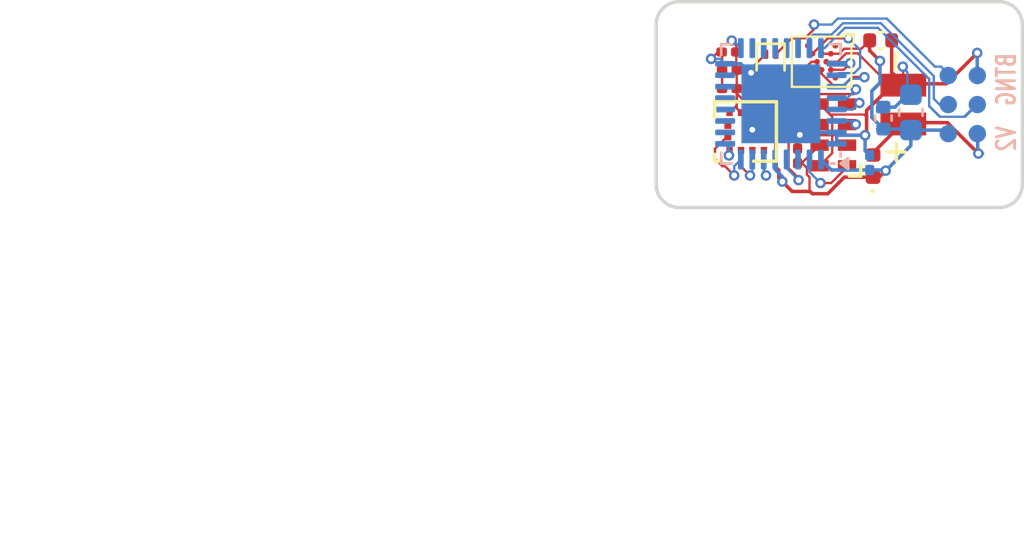
<source format=kicad_pcb>
(kicad_pcb (version 20240108) (generator "pcbnew") (generator_version "8.0")
  (layers (0 "F.Cu" signal) (31 "B.Cu" signal) (34 "B.Paste" user) (35 "F.Paste" user) (36 "B.SilkS" user "B.Silkscreen") (37 "F.SilkS" user "F.Silkscreen") (38 "B.Mask" user) (39 "F.Mask" user) (44 "Edge.Cuts" user))
  (net 0 "")
  (net 1 "GND")
  (net 2 "VBAT")
  (net 3 "SWDIO")
  (net 4 "SWCLK")
  (net 5 "Net-(Q501-C)")
  (net 6 "RST")
  (net 7 "/clkout")
  (net 8 "/SCL")
  (net 9 "/SDA")
  (net 10 "VIN")
  (net 11 "Net-(U501-VBACK)")
  (net 12 "/AT25_MISO")
  (net 13 "/AT25_nCS")
  (net 14 "/AT25_MOSI")
  (net 15 "/AT25_SCK")
  (net 16 "/WKUP4")
  (net 32 "/ACCEL_SDI_SDO")
  (net 33 "/ACCEL_SCK")
  (net 34 "/ACCEL_CS")
  (net 35 "unconnected-(U3-SDO{slash}SA0-Pad3)")
  (net 37 "unconnected-(U302-PA4-Pad10)")
  (net 39 "unconnected-(U302-PA5-Pad11)")
  (footprint "AccelTag:taghole1.1mm" (layer "F.Cu") (at 141.38 111.671)
    (property "Reference" "J303" (hide yes))
    (property "Value" "Conn_01x01" (hide yes))
    (pad "" np_thru_hole circle (at 0 0) (size 1.1 1.1) (drill 1.1) (layers "*.Cu" "*.Mask"))
  )
  (footprint "AccelTag:MS621" (layer "F.Cu") (at 150.8 108.5 180)
    (property "Reference" "J401" (hide yes))
    (property "Value" "CONN_01X02" (hide yes))
    (fp_text user "+" (at 0.3 -2 180) (layer "F.SilkS"))
    (fp_text user "-" (at 0.4 1.9 -90) (layer "F.SilkS"))
    (pad "1" smd rect (at 0 -0.85 180) (size 2 1) (layers "F.Cu" "F.Mask") (net 2 "VBAT"))
    (pad "2" smd rect (at 0 0.85 180) (size 2 1) (layers "F.Cu" "F.Mask") (net 1 "GND"))
  )
  (footprint "AccelTag:RV-8803-C7" (layer "F.Cu") (at 147.74 109.826458 180)
    (property "Reference" "U501" (hide yes))
    (property "Value" "RV-3028-C7" (hide yes))
    (fp_line (start -0.7 -1.8) (end -1.2 -1.8) (stroke (width 0.15)) (layer "F.SilkS"))
    (fp_line (start -1.2 -1.8) (end -1.2 -1.3) (stroke (width 0.15)) (layer "F.SilkS"))
    (pad "1" smd rect (at -0.6 -1.35 180) (size 0.8 0.5) (layers "F.Cu" "F.Paste" "F.Mask") (net 7 "/clkout"))
    (pad "2" smd rect (at -0.6 -0.45 180) (size 0.8 0.5) (layers "F.Cu" "F.Paste" "F.Mask"))
    (pad "3" smd rect (at -0.6 0.45 180) (size 0.8 0.5) (layers "F.Cu" "F.Paste" "F.Mask") (net 8 "/SCL"))
    (pad "4" smd rect (at -0.6 1.35 180) (size 0.8 0.5) (layers "F.Cu" "F.Paste" "F.Mask") (net 9 "/SDA"))
    (pad "5" smd rect (at 0.6 1.35 180) (size 0.8 0.5) (layers "F.Cu" "F.Paste" "F.Mask") (net 1 "GND"))
    (pad "6" smd rect (at 0.6 0.45 180) (size 0.8 0.5) (layers "F.Cu" "F.Paste" "F.Mask") (net 11 "Net-(U501-VBACK)"))
    (pad "7" smd rect (at 0.6 -0.45 180) (size 0.8 0.5) (layers "F.Cu" "F.Paste" "F.Mask") (net 10 "VIN"))
    (pad "8" smd rect (at 0.6 -1.35 180) (size 0.8 0.5) (layers "F.Cu" "F.Paste" "F.Mask") (net 1 "GND"))
  )
  (footprint "Resistor_SMD:R_0201_0603Metric" (layer "F.Cu") (at 146.14 108.831458 90)
    (property "Reference" "R1" (hide yes))
    (property "Value" "10k" (hide yes))
    (pad "1" smd roundrect (at -0.32 0 90) (size 0.46 0.4) (layers "F.Cu" "F.Mask") (net 11 "Net-(U501-VBACK)"))
    (pad "2" smd roundrect (at 0.32 0 90) (size 0.46 0.4) (layers "F.Cu" "F.Mask") (net 1 "GND"))
  )
  (footprint "Capacitor_SMD:C_0201_0603Metric" (layer "F.Cu") (at 146.18 110.746 90)
    (property "Reference" "C503" (hide yes))
    (property "Value" "0.1uf" (hide yes))
    (pad "1" smd roundrect (at -0.32 0 90) (size 0.46 0.4) (layers "F.Cu" "F.Mask") (net 10 "VIN"))
    (pad "2" smd roundrect (at 0.32 0 90) (size 0.46 0.4) (layers "F.Cu" "F.Mask") (net 1 "GND"))
  )
  (footprint "Diode_SMD:D_0402_1005Metric" (layer "F.Cu") (at 149.48 111.191 90)
    (property "Reference" "D401" (hide yes))
    (property "Value" "D" (hide yes))
    (fp_circle (center -1.09 0) (end -1.04 0) (stroke (width 0.1)) (fill none) (layer "F.SilkS"))
    (pad "1" smd roundrect (at -0.485 0 90) (size 0.59 0.64) (layers "F.Cu" "F.Paste" "F.Mask") (net 10 "VIN"))
    (pad "2" smd roundrect (at 0.485 0 90) (size 0.59 0.64) (layers "F.Cu" "F.Paste" "F.Mask") (net 2 "VBAT"))
  )
  (footprint "AccelTag:adesto_wlcsp12" (layer "F.Cu") (at 147.23 106.626458 -90)
    (property "Reference" "U1" (hide yes))
    (property "Value" "at25ex321D-UUN" (hide yes))
    (fp_line (start -1.1 1.3) (end 1.1 1.3) (stroke (width 0.1)) (layer "F.SilkS"))
    (fp_line (start -1.1 1.3) (end -1.1 -0.9) (stroke (width 0.1)) (layer "F.SilkS"))
    (fp_line (start 1.1 1.3) (end 1.1 -1.3) (stroke (width 0.1)) (layer "F.SilkS"))
    (fp_line (start -1.2 -1) (end -1.1 -1) (stroke (width 0.1)) (layer "F.SilkS"))
    (fp_line (start -1.2 -1) (end -1.2 -1.4) (stroke (width 0.1)) (layer "F.SilkS"))
    (fp_line (start 1.1 -1.3) (end -0.7 -1.3) (stroke (width 0.1)) (layer "F.SilkS"))
    (fp_line (start -1.2 -1.4) (end -1.025 -1.225) (stroke (width 0.1)) (layer "F.SilkS"))
    (fp_line (start -0.8 -1.4) (end -0.8 -1.3) (stroke (width 0.1)) (layer "F.SilkS"))
    (fp_line (start -0.8 -1.4) (end -1.2 -1.4) (stroke (width 0.1)) (layer "F.SilkS"))
    (pad "A1" smd circle (at -0.7 -0.6 270) (size 0.25 0.25) (layers "F.Cu" "F.Paste" "F.Mask"))
    (pad "A5" smd circle (at 0.7 -0.6 270) (size 0.25 0.25) (layers "F.Cu" "F.Paste" "F.Mask"))
    (pad "B2" smd circle (at -0.35 -0.4 270) (size 0.25 0.25) (layers "F.Cu" "F.Paste" "F.Mask") (net 10 "VIN"))
    (pad "B4" smd circle (at 0.35 -0.4 270) (size 0.25 0.25) (layers "F.Cu" "F.Paste" "F.Mask") (net 13 "/AT25_nCS"))
    (pad "C3" smd circle (at 0 -0.2 270) (size 0.25 0.25) (layers "F.Cu" "F.Paste" "F.Mask") (net 1 "GND"))
    (pad "D2" smd circle (at -0.35 0 270) (size 0.25 0.25) (layers "F.Cu" "F.Paste" "F.Mask") (net 10 "VIN"))
    (pad "D4" smd circle (at 0.35 0 270) (size 0.25 0.25) (layers "F.Cu" "F.Paste" "F.Mask") (net 12 "/AT25_MISO"))
    (pad "E3" smd circle (at 0 0.2 270) (size 0.25 0.25) (layers "F.Cu" "F.Paste" "F.Mask") (net 14 "/AT25_MOSI"))
    (pad "F2" smd circle (at -0.35 0.4 270) (size 0.25 0.25) (layers "F.Cu" "F.Paste" "F.Mask") (net 15 "/AT25_SCK"))
    (pad "F4" smd circle (at 0.35 0.4 270) (size 0.25 0.25) (layers "F.Cu" "F.Paste" "F.Mask"))
    (pad "G1" smd circle (at -0.7 0.6 270) (size 0.25 0.25) (layers "F.Cu" "F.Paste" "F.Mask"))
    (pad "G5" smd circle (at 0.7 0.6 270) (size 0.25 0.25) (layers "F.Cu" "F.Paste" "F.Mask"))
  )
  (footprint "Capacitor_SMD:C_0201_0603Metric" (layer "F.Cu") (at 144.755 107.8 180)
    (property "Reference" "C502" (hide yes))
    (property "Value" "0.1uf" (hide yes))
    (pad "1" smd roundrect (at -0.32 0 180) (size 0.46 0.4) (layers "F.Cu" "F.Mask") (net 5 "Net-(Q501-C)"))
    (pad "2" smd roundrect (at 0.32 0 180) (size 0.46 0.4) (layers "F.Cu" "F.Mask") (net 1 "GND"))
  )
  (footprint "AccelTag:taghole1.1mm" (layer "F.Cu") (at 141.48 105.191)
    (property "Reference" "J304" (hide yes))
    (property "Value" "Conn_01x01" (hide yes))
    (pad "" np_thru_hole circle (at 0 0) (size 1.1 1.1) (drill 1.1) (layers "*.Cu" "*.Mask"))
  )
  (footprint "AccelTag:taghole1.1mm" (layer "F.Cu") (at 152.28 111.691)
    (property "Reference" "J301" (hide yes))
    (property "Value" "Conn_01x01" (hide yes))
    (pad "" np_thru_hole circle (at 0 0) (size 1.1 1.1) (drill 1.1) (layers "*.Cu" "*.Mask"))
  )
  (footprint "AccelTag:taghole1.1mm" (layer "F.Cu") (at 152.28 105.191)
    (property "Reference" "J302" (hide yes))
    (property "Value" "Conn_01x01" (hide yes))
    (pad "" np_thru_hole circle (at 0 0) (size 1.1 1.1) (drill 1.1) (layers "*.Cu" "*.Mask"))
  )
  (footprint "Package_TO_SOT_SMD:SOT-883" (layer "F.Cu") (at 145 106.65 -90)
    (property "Reference" "Q501" (hide yes))
    (property "Value" "Q_NPN_BEC" (hide yes))
    (fp_line (start -0.81 0.61) (end -0.81 -0.61) (stroke (width 0.12)) (layer "F.SilkS"))
    (fp_line (start 0.35 0.61) (end -0.81 0.61) (stroke (width 0.12)) (layer "F.SilkS"))
    (fp_line (start -0.81 -0.61) (end 0.35 -0.61) (stroke (width 0.12)) (layer "F.SilkS"))
    (pad "1" smd roundrect (at -0.35 -0.225 270) (size 0.4 0.25) (layers "F.Cu" "F.Paste" "F.Mask") (roundrect_rratio 0.2) (net 6 "RST"))
    (pad "2" smd roundrect (at -0.35 0.225 270) (size 0.4 0.25) (layers "F.Cu" "F.Paste" "F.Mask") (roundrect_rratio 0.2) (net 1 "GND"))
    (pad "3" smd roundrect (at 0.35 0 270) (size 0.4 0.7) (layers "F.Cu" "F.Paste" "F.Mask") (roundrect_rratio 0.125) (net 5 "Net-(Q501-C)"))
  )
  (footprint "Capacitor_SMD:C_0201_0603Metric" (layer "F.Cu") (at 143.2 107.8 180)
    (property "Reference" "C1" (hide yes))
    (property "Value" "0.1uf" (hide yes))
    (pad "1" smd roundrect (at -0.32 0 180) (size 0.46 0.4) (layers "F.Cu" "F.Mask") (net 10 "VIN"))
    (pad "2" smd roundrect (at 0.32 0 180) (size 0.46 0.4) (layers "F.Cu" "F.Mask") (net 1 "GND"))
  )
  (footprint "Capacitor_SMD:C_0201_0603Metric" (layer "F.Cu") (at 143.18 106.2 180)
    (property "Reference" "C2" (hide yes))
    (property "Value" "0.1uf" (hide yes))
    (pad "1" smd roundrect (at -0.32 0 180) (size 0.46 0.4) (layers "F.Cu" "F.Mask") (net 10 "VIN"))
    (pad "2" smd roundrect (at 0.32 0 180) (size 0.46 0.4) (layers "F.Cu" "F.Mask") (net 1 "GND"))
  )
  (footprint "AccelTag:LIS2DW12TR" (layer "F.Cu") (at 143.9555 109.676458 90)
    (property "Reference" "U3" (hide yes))
    (property "Value" "LIS2DW12TR" (hide yes))
    (fp_line (start 1.3 -1.4) (end 1.3 1.3) (stroke (width 0.15)) (layer "F.SilkS"))
    (fp_line (start 0.6 -1.4) (end 1.3 -1.4) (stroke (width 0.15)) (layer "F.SilkS"))
    (fp_line (start -1.3 -1.4) (end -1 -1.4) (stroke (width 0.15)) (layer "F.SilkS"))
    (fp_line (start -1.3 -1.4) (end -1.3 -1.1) (stroke (width 0.15)) (layer "F.SilkS"))
    (fp_line (start -1.3 -1.1) (end -1.3 -1.4) (stroke (width 0.15)) (layer "F.SilkS"))
    (fp_line (start 1.3 1.3) (end -1.3 1.3) (stroke (width 0.15)) (layer "F.SilkS"))
    (fp_line (start -1.3 1.3) (end -1.3 0.3) (stroke (width 0.15)) (layer "F.SilkS"))
    (pad "1" smd rect (at -0.8255 -0.750001 180) (size 0.2794 0.3048) (layers "F.Cu" "F.Paste" "F.Mask") (net 33 "/ACCEL_SCK"))
    (pad "2" smd rect (at -0.8255 -0.25 180) (size 0.2794 0.3048) (layers "F.Cu" "F.Paste" "F.Mask") (net 34 "/ACCEL_CS"))
    (pad "3" smd rect (at -0.8255 0.25 180) (size 0.2794 0.3048) (layers "F.Cu" "F.Paste" "F.Mask") (net 35 "unconnected-(U3-SDO{slash}SA0-Pad3)"))
    (pad "4" smd rect (at -0.8255 0.750001 180) (size 0.2794 0.3048) (layers "F.Cu" "F.Paste" "F.Mask") (net 32 "/ACCEL_SDI_SDO"))
    (pad "5" smd rect (at -0.25 0.8255 90) (size 0.2794 0.3048) (layers "F.Cu" "F.Paste" "F.Mask") (net 1 "GND"))
    (pad "6" smd rect (at 0.25 0.8255 90) (size 0.2794 0.3048) (layers "F.Cu" "F.Paste" "F.Mask") (net 1 "GND"))
    (pad "7" smd rect (at 0.8255 0.750001 180) (size 0.2794 0.3048) (layers "F.Cu" "F.Paste" "F.Mask") (net 1 "GND"))
    (pad "8" smd rect (at 0.8255 0.25 180) (size 0.2794 0.3048) (layers "F.Cu" "F.Paste" "F.Mask") (net 1 "GND"))
    (pad "9" smd rect (at 0.8255 -0.25 180) (size 0.2794 0.3048) (layers "F.Cu" "F.Paste" "F.Mask") (net 10 "VIN"))
    (pad "10" smd rect (at 0.8255 -0.750001 180) (size 0.2794 0.3048) (layers "F.Cu" "F.Paste" "F.Mask") (net 10 "VIN"))
    (pad "11" smd rect (at 0.25 -0.8255 90) (size 0.2794 0.3048) (layers "F.Cu" "F.Paste" "F.Mask"))
    (pad "12" smd rect (at -0.25 -0.8255 90) (size 0.2794 0.3048) (layers "F.Cu" "F.Paste" "F.Mask") (net 16 "/WKUP4"))
  )
  (footprint "Capacitor_SMD:C_0201_0603Metric" (layer "F.Cu") (at 143.2 107 180)
    (property "Reference" "C3" (hide yes))
    (property "Value" "0.1uf" (hide yes))
    (pad "1" smd roundrect (at -0.32 0 180) (size 0.46 0.4) (layers "F.Cu" "F.Mask") (net 10 "VIN"))
    (pad "2" smd roundrect (at 0.32 0 180) (size 0.46 0.4) (layers "F.Cu" "F.Mask") (net 1 "GND"))
  )
  (footprint "Capacitor_SMD:C_0402_1005Metric" (layer "F.Cu") (at 149.81 105.691)
    (property "Reference" "C4" (hide yes))
    (property "Value" "22uf" (hide yes))
    (fp_line (start -0.107836 -0.36) (end 0.107836 -0.36) (stroke (width 0.12)) (layer "F.SilkS"))
    (fp_line (start -0.107836 0.36) (end 0.107836 0.36) (stroke (width 0.12)) (layer "F.SilkS"))
    (pad "1" smd roundrect (at -0.48 0) (size 0.56 0.62) (layers "F.Cu" "F.Paste" "F.Mask") (net 10 "VIN"))
    (pad "2" smd roundrect (at 0.48 0) (size 0.56 0.62) (layers "F.Cu" "F.Paste" "F.Mask") (net 1 "GND"))
  )
  (footprint "AccelTag:tagpoints6" (layer "B.Cu") (at 153.4 108.5 90)
    (property "Reference" "J201" (hide yes))
    (property "Value" "CONN_02X04" (hide yes))
    (pad "1" smd circle (at -1.27 -0.635 90) (size 0.762 0.762) (layers "B.Cu" "B.Mask") (net 10 "VIN"))
    (pad "2" smd circle (at -1.27 0.635 90) (size 0.762 0.762) (layers "B.Cu" "B.Mask") (net 2 "VBAT"))
    (pad "3" smd circle (at 0 -0.635 90) (size 0.762 0.762) (layers "B.Cu" "B.Mask") (net 3 "SWDIO"))
    (pad "4" smd circle (at 0 0.635 90) (size 0.762 0.762) (layers "B.Cu" "B.Mask") (net 4 "SWCLK"))
    (pad "5" smd circle (at 1.27 -0.635 90) (size 0.762 0.762) (layers "B.Cu" "B.Mask") (net 6 "RST"))
    (pad "6" smd circle (at 1.27 0.635 90) (size 0.762 0.762) (layers "B.Cu" "B.Mask") (net 1 "GND"))
  )
  (footprint "Capacitor_SMD:C_0402_1005Metric" (layer "B.Cu") (at 149.93 109.091 90)
    (property "Reference" "C404" (hide yes))
    (property "Value" "22uf" (hide yes))
    (fp_line (start 0.107836 -0.36) (end -0.107836 -0.36) (stroke (width 0.12)) (layer "B.SilkS"))
    (fp_line (start 0.107836 0.36) (end -0.107836 0.36) (stroke (width 0.12)) (layer "B.SilkS"))
    (pad "1" smd roundrect (at -0.48 0 90) (size 0.56 0.62) (layers "B.Cu" "B.Paste" "B.Mask") (net 10 "VIN"))
    (pad "2" smd roundrect (at 0.48 0 90) (size 0.56 0.62) (layers "B.Cu" "B.Paste" "B.Mask") (net 1 "GND"))
  )
  (footprint "Capacitor_SMD:C_0201_0603Metric" (layer "B.Cu") (at 149.33 111.041 90)
    (property "Reference" "C501" (hide yes))
    (property "Value" "0.1uf" (hide yes))
    (pad "1" smd roundrect (at -0.32 0 90) (size 0.46 0.4) (layers "B.Cu" "B.Mask") (net 10 "VIN"))
    (pad "2" smd roundrect (at 0.32 0 90) (size 0.46 0.4) (layers "B.Cu" "B.Mask") (net 1 "GND"))
  )
  (footprint "Package_DFN_QFN:QFN-32-1EP_5x5mm_P0.5mm_EP3.45x3.45mm" (layer "B.Cu") (at 145.45 108.466458 90)
    (property "Reference" "U302" (hide yes))
    (property "Value" "stm32l431kc" (hide yes))
    (fp_line (start 2.61 -2.61) (end 2.135 -2.61) (stroke (width 0.12)) (layer "B.SilkS"))
    (fp_line (start -2.61 -2.61) (end -2.135 -2.61) (stroke (width 0.12)) (layer "B.SilkS"))
    (fp_line (start 2.61 -2.135) (end 2.61 -2.61) (stroke (width 0.12)) (layer "B.SilkS"))
    (fp_line (start -2.61 -2.135) (end -2.61 -2.61) (stroke (width 0.12)) (layer "B.SilkS"))
    (fp_line (start 2.61 2.135) (end 2.61 2.61) (stroke (width 0.12)) (layer "B.SilkS"))
    (fp_line (start -2.61 2.37) (end -2.61 2.135) (stroke (width 0.12)) (layer "B.SilkS"))
    (fp_line (start 2.61 2.61) (end 2.135 2.61) (stroke (width 0.12)) (layer "B.SilkS"))
    (fp_line (start -2.31 2.61) (end -2.135 2.61) (stroke (width 0.12)) (layer "B.SilkS"))
    (fp_poly (pts (xy -2.61 2.61) (xy -2.85 2.94) (xy -2.37 2.94) (xy -2.61 2.61)) (stroke (width 0.12)) (fill solid) (layer "B.SilkS"))
    (pad "1" smd roundrect (at -2.4375 1.75 90) (size 0.875 0.25) (layers "B.Cu" "B.Paste" "B.Mask") (net 10 "VIN"))
    (pad "2" smd roundrect (at -2.4375 1.25 90) (size 0.875 0.25) (layers "B.Cu" "B.Paste" "B.Mask") (net 7 "/clkout"))
    (pad "3" smd roundrect (at -2.4375 0.75 90) (size 0.875 0.25) (layers "B.Cu" "B.Paste" "B.Mask"))
    (pad "4" smd roundrect (at -2.4375 0.25 90) (size 0.875 0.25) (layers "B.Cu" "B.Paste" "B.Mask") (net 5 "Net-(Q501-C)"))
    (pad "5" smd roundrect (at -2.4375 -0.25 90) (size 0.875 0.25) (layers "B.Cu" "B.Paste" "B.Mask") (net 10 "VIN"))
    (pad "6" smd roundrect (at -2.4375 -0.75 90) (size 0.875 0.25) (layers "B.Cu" "B.Paste" "B.Mask") (net 32 "/ACCEL_SDI_SDO"))
    (pad "7" smd roundrect (at -2.4375 -1.25 90) (size 0.875 0.25) (layers "B.Cu" "B.Paste" "B.Mask") (net 34 "/ACCEL_CS"))
    (pad "8" smd roundrect (at -2.4375 -1.75 90) (size 0.875 0.25) (layers "B.Cu" "B.Paste" "B.Mask") (net 16 "/WKUP4"))
    (pad "9" smd roundrect (at -1.75 -2.4375 90) (size 0.25 0.875) (layers "B.Cu" "B.Paste" "B.Mask") (net 33 "/ACCEL_SCK"))
    (pad "10" smd roundrect (at -1.25 -2.4375 90) (size 0.25 0.875) (layers "B.Cu" "B.Paste" "B.Mask") (net 37 "unconnected-(U302-PA4-Pad10)"))
    (pad "11" smd roundrect (at -0.75 -2.4375 90) (size 0.25 0.875) (layers "B.Cu" "B.Paste" "B.Mask") (net 39 "unconnected-(U302-PA5-Pad11)"))
    (pad "12" smd roundrect (at -0.25 -2.4375 90) (size 0.25 0.875) (layers "B.Cu" "B.Paste" "B.Mask"))
    (pad "13" smd roundrect (at 0.25 -2.4375 90) (size 0.25 0.875) (layers "B.Cu" "B.Paste" "B.Mask"))
    (pad "14" smd roundrect (at 0.75 -2.4375 90) (size 0.25 0.875) (layers "B.Cu" "B.Paste" "B.Mask"))
    (pad "15" smd roundrect (at 1.25 -2.4375 90) (size 0.25 0.875) (layers "B.Cu" "B.Paste" "B.Mask"))
    (pad "16" smd roundrect (at 1.75 -2.4375 90) (size 0.25 0.875) (layers "B.Cu" "B.Paste" "B.Mask") (net 1 "GND"))
    (pad "17" smd roundrect (at 2.4375 -1.75 90) (size 0.875 0.25) (layers "B.Cu" "B.Paste" "B.Mask") (net 10 "VIN"))
    (pad "18" smd roundrect (at 2.4375 -1.25 90) (size 0.875 0.25) (layers "B.Cu" "B.Paste" "B.Mask"))
    (pad "19" smd roundrect (at 2.4375 -0.75 90) (size 0.875 0.25) (layers "B.Cu" "B.Paste" "B.Mask"))
    (pad "20" smd roundrect (at 2.4375 -0.25 90) (size 0.875 0.25) (layers "B.Cu" "B.Paste" "B.Mask"))
    (pad "21" smd roundrect (at 2.4375 0.25 90) (size 0.875 0.25) (layers "B.Cu" "B.Paste" "B.Mask"))
    (pad "22" smd roundrect (at 2.4375 0.75 90) (size 0.875 0.25) (layers "B.Cu" "B.Paste" "B.Mask"))
    (pad "23" smd roundrect (at 2.4375 1.25 90) (size 0.875 0.25) (layers "B.Cu" "B.Paste" "B.Mask") (net 3 "SWDIO"))
    (pad "24" smd roundrect (at 2.4375 1.75 90) (size 0.875 0.25) (layers "B.Cu" "B.Paste" "B.Mask") (net 4 "SWCLK"))
    (pad "25" smd roundrect (at 1.75 2.4375 90) (size 0.25 0.875) (layers "B.Cu" "B.Paste" "B.Mask") (net 13 "/AT25_nCS"))
    (pad "26" smd roundrect (at 1.25 2.4375 90) (size 0.25 0.875) (layers "B.Cu" "B.Paste" "B.Mask") (net 15 "/AT25_SCK"))
    (pad "27" smd roundrect (at 0.75 2.4375 90) (size 0.25 0.875) (layers "B.Cu" "B.Paste" "B.Mask") (net 12 "/AT25_MISO"))
    (pad "28" smd roundrect (at 0.25 2.4375 90) (size 0.25 0.875) (layers "B.Cu" "B.Paste" "B.Mask") (net 14 "/AT25_MOSI"))
    (pad "29" smd roundrect (at -0.25 2.4375 90) (size 0.25 0.875) (layers "B.Cu" "B.Paste" "B.Mask") (net 9 "/SDA"))
    (pad "30" smd roundrect (at -0.75 2.4375 90) (size 0.25 0.875) (layers "B.Cu" "B.Paste" "B.Mask") (net 8 "/SCL"))
    (pad "31" smd roundrect (at -1.25 2.4375 90) (size 0.25 0.875) (layers "B.Cu" "B.Paste" "B.Mask") (net 1 "GND"))
    (pad "32" smd roundrect (at -1.75 2.4375 90) (size 0.25 0.875) (layers "B.Cu" "B.Paste" "B.Mask") (net 1 "GND"))
    (pad "33" smd rect (at 0 0 90) (size 3.45 3.45) (property pad_prop_heatsink) (layers "B.Cu" "B.Mask") (net 1 "GND"))
  )
  (footprint "Capacitor_SMD:C_0603_1608Metric" (layer "B.Cu") (at 151.13 108.841 90)
    (property "Reference" "C6" (hide yes))
    (property "Value" "47uf" (hide yes))
    (fp_line (start 0.14058 -0.51) (end -0.14058 -0.51) (stroke (width 0.12)) (layer "B.SilkS"))
    (fp_line (start 0.14058 0.51) (end -0.14058 0.51) (stroke (width 0.12)) (layer "B.SilkS"))
    (pad "1" smd roundrect (at -0.775 0 90) (size 0.9 0.95) (layers "B.Cu" "B.Paste" "B.Mask") (net 10 "VIN"))
    (pad "2" smd roundrect (at 0.775 0 90) (size 0.9 0.95) (layers "B.Cu" "B.Paste" "B.Mask") (net 1 "GND"))
  )
  (gr_line (start 156 105) (end 156 112) (stroke (width 0.15)) (layer "Edge.Cuts"))
  (gr_arc (start 141 113) (mid 140.292893 112.707107) (end 140 112) (stroke (width 0.15)) (layer "Edge.Cuts"))
  (gr_arc (start 140 105) (mid 140.292893 104.292893) (end 141 104) (stroke (width 0.15)) (layer "Edge.Cuts"))
  (gr_line (start 140 105) (end 140 112) (stroke (width 0.15)) (layer "Edge.Cuts"))
  (gr_line (start 155 104) (end 141 104) (stroke (width 0.15)) (layer "Edge.Cuts"))
  (gr_arc (start 156 112) (mid 155.707107 112.707107) (end 155 113) (stroke (width 0.15)) (layer "Edge.Cuts"))
  (gr_arc (start 155 104) (mid 155.707107 104.292893) (end 156 105) (stroke (width 0.15)) (layer "Edge.Cuts"))
  (gr_line (start 155 113) (end 141 113) (stroke (width 0.15)) (layer "Edge.Cuts"))
  (gr_text "BTNG  V2" (at 155.3 108.4 90) (layer "B.SilkS") (effects (font (size 0.8 0.6) (thickness 0.125)) (justify mirror)))
  (segment (start 149.13 109.841) (end 146.294542 109.841) (width 0.1016) (layer "F.Cu") (net 1))
  (segment (start 142.88 107) (end 142.88 106.22) (width 0.1016) (layer "F.Cu") (net 1))
  (segment (start 146.294542 109.841) (end 146.28 109.826458) (width 0.1016) (layer "F.Cu") (net 1))
  (segment (start 147.6924 110.624058) (end 147.6924 109.028858) (width 0.1016) (layer "F.Cu") (net 1))
  (segment (start 146.14 108.511458) (end 147.075 108.511458) (width 0.1016) (layer "F.Cu") (net 1))
  (segment (start 147.599545 108.936003) (end 149.091021 108.936003) (width 0.1016) (layer "F.Cu") (net 1))
  (segment (start 142.88 107.8) (end 142.88 107) (width 0.1016) (layer "F.Cu") (net 1))
  (segment (start 142.86 106.2) (end 142.7 106.2) (width 0.1016) (layer "F.Cu") (net 1))
  (segment (start 144.373542 109.426458) (end 144.2 109.6) (width 0.1016) (layer "F.Cu") (net 1))
  (segment (start 148.813542 106.2592) (end 150.145342 107.591) (width 0.1016) (layer "F.Cu") (net 1))
  (segment (start 147.14 108.476458) (end 147.599545 108.936003) (width 0.1016) (layer "F.Cu") (net 1))
  (segment (start 146.15 109.956458) (end 146.28 109.826458) (width 0.1016) (layer "F.Cu") (net 1))
  (segment (start 144.091771 107.456771) (end 144.435 107.8) (width 0.1016) (layer "F.Cu") (net 1))
  (segment (start 146.16 109.946458) (end 146.28 109.826458) (width 0.1016) (layer "F.Cu") (net 1))
  (segment (start 146.28 109.826458) (end 146.174171 109.826458) (width 0.1016) (layer "F.Cu") (net 1))
  (segment (start 150.362038 107.591) (end 149.346019 108.607019) (width 0.1524) (layer "F.Cu") (net 1))
  (segment (start 150.795 107.591) (end 150.795 107.436) (width 0.1524) (layer "F.Cu") (net 1))
  (segment (start 144.235 108.880458) (end 144.2055 108.850958) (width 0.1016) (layer "F.Cu") (net 1))
  (segment (start 150.795 107.591) (end 152.68 107.591) (width 0.1524) (layer "F.Cu") (net 1))
  (segment (start 142.7 106.2) (end 142.4 106.5) (width 0.1016) (layer "F.Cu") (net 1))
  (segment (start 149.18 109.791) (end 149.13 109.841) (width 0.1524) (layer "F.Cu") (net 1))
  (segment (start 144.091771 107.108229) (end 144.091771 107.456771) (width 0.1016) (layer "F.Cu") (net 1))
  (segment (start 149.196018 109.041) (end 149.196018 109.674982) (width 0.1524) (layer "F.Cu") (net 1))
  (segment (start 150.795 107.591) (end 149.9 107.591) (width 0.1524) (layer "F.Cu") (net 1))
  (segment (start 146.28 109.826458) (end 148.931476 109.826458) (width 0.1016) (layer "F.Cu") (net 1))
  (segment (start 144.781 109.426458) (end 144.373542 109.426458) (width 0.1016) (layer "F.Cu") (net 1))
  (segment (start 150.795 107.591) (end 150.795 106.856) (width 0.1016) (layer "F.Cu") (net 1))
  (segment (start 149.196018 108.757019) (end 149.196018 109.041) (width 0.1524) (layer "F.Cu") (net 1))
  (segment (start 149.18 109.691) (end 149.18 109.791) (width 0.1524) (layer "F.Cu") (net 1))
  (segment (start 149.196018 109.674982) (end 149.18 109.691) (width 0.1524) (layer "F.Cu") (net 1))
  (segment (start 144.2055 109.5945) (end 144.2 109.6) (width 0.1016) (layer "F.Cu") (net 1))
  (segment (start 147.02 111.156458) (end 147.14 111.276458) (width 0.1016) (layer "F.Cu") (net 1))
  (segment (start 147.14 111.176458) (end 147.6924 110.624058) (width 0.1016) (layer "F.Cu") (net 1))
  (segment (start 150.79 107.361) (end 150.64 107.511) (width 0.1016) (layer "F.Cu") (net 1))
  (segment (start 147.933884 106.626458) (end 148.301142 106.2592) (width 0.1016) (layer "F.Cu") (net 1))
  (segment (start 150.29 105.691) (end 150.29 107.086) (width 0.1524) (layer "F.Cu") (net 1))
  (segment (start 150.145342 107.591) (end 150.795 107.591) (width 0.1016) (layer "F.Cu") (net 1))
  (segment (start 144.091771 106.983229) (end 144.775 106.3) (width 0.1016) (layer "F.Cu") (net 1))
  (segment (start 149.956 107.511) (end 150.84 107.511) (width 0.1016) (layer "F.Cu") (net 1))
  (segment (start 150.795 107.591) (end 150.362038 107.591) (width 0.1524) (layer "F.Cu") (net 1))
  (segment (start 142.88 106.22) (end 142.86 106.2) (width 0.1016) (layer "F.Cu") (net 1))
  (segment (start 149.346019 108.607019) (end 149.196018 108.757019) (width 0.1524) (layer "F.Cu") (net 1))
  (segment (start 147.6924 109.028858) (end 147.14 108.476458) (width 0.1016) (layer "F.Cu") (net 1))
  (segment (start 150.795 106.856) (end 150.78 106.841) (width 0.1016) (layer "F.Cu") (net 1))
  (segment (start 146.16 110.516458) (end 146.16 109.946458) (width 0.1016) (layer "F.Cu") (net 1))
  (segment (start 144.2055 108.850958) (end 144.2055 109.5945) (width 0.1016) (layer "F.Cu") (net 1))
  (segment (start 144.2055 108.850958) (end 144.705501 108.850958) (width 0.1016) (layer "F.Cu") (net 1))
  (segment (start 150.29 107.086) (end 150.795 107.591) (width 0.1524) (layer "F.Cu") (net 1))
  (segment (start 147.43 106.626458) (end 147.933884 106.626458) (width 0.1016) (layer "F.Cu") (net 1))
  (segment (start 148.301142 106.2592) (end 148.813542 106.2592) (width 0.1016) (layer "F.Cu") (net 1))
  (segment (start 144.781 109.426458) (end 144.781 109.926458) (width 0.1016) (layer "F.Cu") (net 1))
  (segment (start 152.68 107.591) (end 154.03 106.241) (width 0.1524) (layer "F.Cu") (net 1))
  (segment (start 149.091021 108.936003) (end 149.196018 109.041) (width 0.1016) (layer "F.Cu") (net 1))
  (via (at 142.4 106.5) (size 0.4572) (drill 0.254) (layers "F.Cu" "B.Cu") (net 1))
  (via (at 149.13 109.841) (size 0.4572) (drill 0.254) (layers "F.Cu" "B.Cu") (net 1))
  (via (at 150.78 106.841) (size 0.4572) (drill 0.254) (layers "F.Cu" "B.Cu") (net 1))
  (via (at 146.28 109.826458) (size 0.4572) (drill 0.254) (layers "F.Cu" "B.Cu") (net 1))
  (via (at 144.15 107.108229) (size 0.4572) (drill 0.254) (layers "F.Cu" "B.Cu") (net 1))
  (via (at 144.2 109.6) (size 0.4572) (drill 0.254) (layers "F.Cu" "B.Cu") (net 1))
  (via (at 154.03 106.241) (size 0.4572) (drill 0.254) (layers "F.Cu" "B.Cu") (net 1))
  (segment (start 149.13 110.521) (end 149.33 110.721) (width 0.1524) (layer "B.Cu") (net 1))
  (segment (start 154.08 107.141) (end 154.05 107.171) (width 0.1524) (layer "B.Cu") (net 1))
  (segment (start 149.68 108.611) (end 149.68 108.807682) (width 0.1524) (layer "B.Cu") (net 1))
  (segment (start 146.7 109.716458) (end 145.45 108.466458) (width 0.1524) (layer "B.Cu") (net 1))
  (segment (start 143.0125 106.716458) (end 143.7 106.716458) (width 0.1524) (layer "B.Cu") (net 1))
  (segment (start 154.03 106.241) (end 154.03 107.151) (width 0.1524) (layer "B.Cu") (net 1))
  (segment (start 147.8875 109.716458) (end 148.012042 109.841) (width 0.1524) (layer "B.Cu") (net 1))
  (segment (start 147.8875 110.216458) (end 147.8875 109.716458) (width 0.1524) (layer "B.Cu") (net 1))
  (segment (start 144.235 109.681458) (end 145.45 108.466458) (width 0.1524) (layer "B.Cu") (net 1))
  (segment (start 149.13 109.841) (end 149.13 110.521) (width 0.1524) (layer "B.Cu") (net 1))
  (segment (start 150.98 108.066) (end 151.1638 107.8822) (width 0.1524) (layer "B.Cu") (net 1))
  (segment (start 150.435 108.611) (end 150.98 108.066) (width 0.1524) (layer "B.Cu") (net 1))
  (segment (start 149.68 108.611) (end 150.435 108.611) (width 0.1524) (layer "B.Cu") (net 1))
  (segment (start 150.78 106.891) (end 150.98 107.091) (width 0.1016) (layer "B.Cu") (net 1))
  (segment (start 147.8875 109.716458) (end 146.7 109.716458) (width 0.1524) (layer "B.Cu") (net 1))
  (segment (start 150.78 106.841) (end 150.78 106.891) (width 0.1016) (layer "B.Cu") (net 1))
  (segment (start 148.012042 109.841) (end 149.13 109.841) (width 0.1524) (layer "B.Cu") (net 1))
  (segment (start 142.987958 106.741) (end 143.0125 106.716458) (width 0.1524) (layer "B.Cu") (net 1))
  (segment (start 143.7 106.716458) (end 144.091771 107.108229) (width 0.1524) (layer "B.Cu") (net 1))
  (segment (start 150.98 107.091) (end 150.98 108.066) (width 0.1016) (layer "B.Cu") (net 1))
  (segment (start 142.4 106.5) (end 142.796042 106.5) (width 0.1016) (layer "B.Cu") (net 1))
  (segment (start 154.03 107.151) (end 154.05 107.171) (width 0.1524) (layer "B.Cu") (net 1))
  (segment (start 144.091771 107.108229) (end 145.45 108.466458) (width 0.1524) (layer "B.Cu") (net 1))
  (segment (start 142.796042 106.5) (end 143.0125 106.716458) (width 0.1016) (layer "B.Cu") (net 1))
  (segment (start 152.73 109.291) (end 154.08 110.641) (width 0.1524) (layer "F.Cu") (net 2))
  (segment (start 150.84 109.211) (end 150.655 109.211) (width 0.1016) (layer "F.Cu") (net 2))
  (segment (start 149.33 110.706) (end 149.38 110.706) (width 0.1524) (layer "F.Cu") (net 2))
  (segment (start 150.795 109.291) (end 152.73 109.291) (width 0.1524) (layer "F.Cu") (net 2))
  (segment (start 149.38 110.706) (end 150.795 109.291) (width 0.1524) (layer "F.Cu") (net 2))
  (segment (start 150.985 109.411) (end 150.825 109.251) (width 0.1016) (layer "F.Cu") (net 2))
  (segment (start 150.955 109.451) (end 150.795 109.291) (width 0.1524) (layer "F.Cu") (net 2))
  (segment (start 150.69 109.261) (end 150.64 109.211) (width 0.1016) (layer "F.Cu") (net 2))
  (via (at 154.08 110.641) (size 0.4572) (drill 0.254) (layers "F.Cu" "B.Cu") (net 2))
  (segment (start 154.08 110.641) (end 154.265 110.641) (width 0.1524) (layer "B.Cu") (net 2))
  (segment (start 154.05 109.711) (end 154.05 110.611) (width 0.1524) (layer "B.Cu") (net 2))
  (segment (start 154.05 110.611) (end 154.08 110.641) (width 0.1524) (layer "B.Cu") (net 2))
  (segment (start 146.852401 105.439058) (end 147.662916 105.439058) (width 0.1016) (layer "B.Cu") (net 3))
  (segment (start 147.662916 105.439058) (end 148.160974 104.941) (width 0.1016) (layer "B.Cu") (net 3))
  (segment (start 152.1332 107.256832) (end 152.1332 108.249) (width 0.1016) (layer "B.Cu") (net 3))
  (segment (start 146.7 105.591459) (end 146.852401 105.439058) (width 0.1016) (layer "B.Cu") (net 3))
  (segment (start 149.817368 104.941) (end 152.1332 107.256832) (width 0.1016) (layer "B.Cu") (net 3))
  (segment (start 152.1332 108.249) (end 152.5526 108.6684) (width 0.1016) (layer "B.Cu") (net 3))
  (segment (start 146.7 106.028958) (end 146.7 105.591459) (width 0.1016) (layer "B.Cu") (net 3))
  (segment (start 148.160974 104.941) (end 149.817368 104.941) (width 0.1016) (layer "B.Cu") (net 3))
  (segment (start 153.5016 109.0334) (end 152.3998 109.0334) (width 0.1016) (layer "B.Cu") (net 4))
  (segment (start 149.693858 105.1442) (end 151.93 107.380342) (width 0.1016) (layer "B.Cu") (net 4))
  (segment (start 148.245142 105.1442) (end 149.693858 105.1442) (width 0.1016) (layer "B.Cu") (net 4))
  (segment (start 147.360384 106.028958) (end 148.245142 105.1442) (width 0.1016) (layer "B.Cu") (net 4))
  (segment (start 152.3998 109.0334) (end 151.9332 108.5668) (width 0.1016) (layer "B.Cu") (net 4))
  (segment (start 152.38 109.0136) (end 152.2332 108.8668) (width 0.1016) (layer "B.Cu") (net 4))
  (segment (start 151.93 108.5636) (end 151.9332 108.5668) (width 0.1016) (layer "B.Cu") (net 4))
  (segment (start 147.2 106.028958) (end 147.360384 106.028958) (width 0.1016) (layer "B.Cu") (net 4))
  (segment (start 154.035 108.5) (end 153.5016 109.0334) (width 0.1016) (layer "B.Cu") (net 4))
  (segment (start 151.93 107.380342) (end 151.93 108.5636) (width 0.1016) (layer "B.Cu") (net 4))
  (segment (start 152.3998 109.0334) (end 152.2332 108.8668) (width 0.1016) (layer "B.Cu") (net 4))
  (segment (start 152.2332 108.8668) (end 151.9332 108.5668) (width 0.1016) (layer "B.Cu") (net 4))
  (segment (start 154.05 108.441) (end 153.4774 109.0136) (width 0.1016) (layer "B.Cu") (net 4))
  (segment (start 145.075 107.8) (end 145.7876 108.5126) (width 0.1016) (layer "F.Cu") (net 5))
  (segment (start 145 107) (end 145 107.725) (width 0.1016) (layer "F.Cu") (net 5))
  (segment (start 145.803411 111.296589) (end 146.221489 111.714667) (width 0.1016) (layer "F.Cu") (net 5))
  (segment (start 145.7876 108.5126) (end 145.7876 111.280778) (width 0.1016) (layer "F.Cu") (net 5))
  (segment (start 145.7876 111.280778) (end 145.803411 111.296589) (width 0.1016) (layer "F.Cu") (net 5))
  (segment (start 146.221489 111.714667) (end 146.221489 111.803789) (width 0.1016) (layer "F.Cu") (net 5))
  (via (at 146.221489 111.803789) (size 0.4572) (drill 0.254) (layers "F.Cu" "B.Cu") (net 5))
  (segment (start 146.221489 111.803789) (end 145.7 111.2823) (width 0.1016) (layer "B.Cu") (net 5))
  (segment (start 145.7 111.2823) (end 145.7 110.903958) (width 0.1016) (layer "B.Cu") (net 5))
  (segment (start 146.5 105.6) (end 146.9 105.2) (width 0.1016) (layer "F.Cu") (net 6))
  (segment (start 145.225 106.3) (end 145.925 105.6) (width 0.1016) (layer "F.Cu") (net 6))
  (segment (start 146.9 105.2) (end 146.9 105) (width 0.1016) (layer "F.Cu") (net 6))
  (segment (start 146.7 105) (end 146.9 105) (width 0.1016) (layer "F.Cu") (net 6))
  (segment (start 145.925 105.6) (end 146.5 105.6) (width 0.1016) (layer "F.Cu") (net 6))
  (via (at 146.9 105) (size 0.4572) (drill 0.254) (layers "F.Cu" "B.Cu") (net 6))
  (segment (start 152.45 106.841) (end 152.78 107.171) (width 0.1016) (layer "B.Cu") (net 6))
  (segment (start 152.18 106.841) (end 152.45 106.841) (width 0.1016) (layer "B.Cu") (net 6))
  (segment (start 147.670922 105) (end 147.933122 104.7378) (width 0.1016) (layer "B.Cu") (net 6))
  (segment (start 147.933122 104.7378) (end 148.9 104.7378) (width 0.1016) (layer "B.Cu") (net 6))
  (segment (start 152.18 106.8378) (end 152.18 106.841) (width 0.1016) (layer "B.Cu") (net 6))
  (segment (start 150.08 104.7378) (end 152.18 106.8378) (width 0.1016) (layer "B.Cu") (net 6))
  (segment (start 146.9 105) (end 147.670922 105) (width 0.1016) (layer "B.Cu") (net 6))
  (segment (start 148.9 104.7378) (end 150.08 104.7378) (width 0.1016) (layer "B.Cu") (net 6))
  (segment (start 148.300252 111.276458) (end 147.646003 111.930707) (width 0.1016) (layer "F.Cu") (net 7))
  (segment (start 148.34 111.276458) (end 148.300252 111.276458) (width 0.1016) (layer "F.Cu") (net 7))
  (segment (start 147.646003 111.930707) (end 147.179029 111.930707) (width 0.1016) (layer "F.Cu") (net 7))
  (via (at 147.179029 111.930707) (size 0.4572) (drill 0.254) (layers "F.Cu" "B.Cu") (net 7))
  (segment (start 146.7 110.903958) (end 146.7 111.451678) (width 0.1016) (layer "B.Cu") (net 7))
  (segment (start 146.7 111.451678) (end 147.179029 111.930707) (width 0.1016) (layer "B.Cu") (net 7))
  (segment (start 148.713026 109.376458) (end 148.721681 109.367803) (width 0.1016) (layer "F.Cu") (net 8))
  (segment (start 148.34 109.376458) (end 148.713026 109.376458) (width 0.1016) (layer "F.Cu") (net 8))
  (via (at 148.721681 109.367803) (size 0.4572) (drill 0.254) (layers "F.Cu" "B.Cu") (net 8))
  (segment (start 148.570336 109.216458) (end 148.721681 109.367803) (width 0.1016) (layer "B.Cu") (net 8))
  (segment (start 147.8875 109.216458) (end 148.570336 109.216458) (width 0.1016) (layer "B.Cu") (net 8))
  (segment (start 148.34 108.476458) (end 148.83 108.476458) (width 0.1016) (layer "F.Cu") (net 9))
  (segment (start 148.83 108.476458) (end 148.88 108.426458) (width 0.1016) (layer "F.Cu") (net 9))
  (via (at 148.88 108.426458) (size 0.4572) (drill 0.254) (layers "F.Cu" "B.Cu") (net 9))
  (segment (start 148.59 108.716458) (end 147.8875 108.716458) (width 0.1016) (layer "B.Cu") (net 9))
  (segment (start 148.88 108.426458) (end 148.59 108.716458) (width 0.1016) (layer "B.Cu") (net 9))
  (segment (start 148.965 106.056) (end 149.33 105.691) (width 0.1016) (layer "F.Cu") (net 10))
  (segment (start 145.941342 112.2982) (end 145.5134 111.870258) (width 0.1524) (layer "F.Cu") (net 10))
  (segment (start 143.52 108.665458) (end 143.7055 108.850958) (width 0.1016) (layer "F.Cu") (net 10))
  (segment (start 148.216974 106.056) (end 148.965 106.056) (width 0.1016) (layer "F.Cu") (net 10))
  (segment (start 145.3588 111.368537) (end 145.3588 111.715658) (width 0.1524) (layer "F.Cu") (net 10))
  (segment (start 143.5 106.2) (end 143.5 105.9) (width 0.1016) (layer "F.Cu") (net 10))
  (segment (start 149.33 106.141) (end 149.78 106.591) (width 0.1524) (layer "F.Cu") (net 10))
  (segment (start 147.63 106.276458) (end 147.996516 106.276458) (width 0.1016) (layer "F.Cu") (net 10))
  (segment (start 143.52 107) (end 143.52 107.8) (width 0.1016) (layer "F.Cu") (net 10))
  (segment (start 144.91571 108.5) (end 145.107855 108.692145) (width 0.1016) (layer "F.Cu") (net 10))
  (segment (start 149.33 105.691) (end 149.33 106.141) (width 0.1524) (layer "F.Cu") (net 10))
  (segment (start 143.52 108.536457) (end 143.205499 108.850958) (width 0.1016) (layer "F.Cu") (net 10))
  (segment (start 146.5876 111.559242) (end 146.701142 111.672784) (width 0.1016) (layer "F.Cu") (net 10))
  (segment (start 144 108.5) (end 144.91571 108.5) (width 0.1016) (layer "F.Cu") (net 10))
  (segment (start 146.26 111.156458) (end 147.14 110.276458) (width 0.1016) (layer "F.Cu") (net 10))
  (segment (start 143.5 106.98) (end 143.52 107) (width 0.1016) (layer "F.Cu") (net 10))
  (segment (start 146.16 111.156458) (end 146.26 111.156458) (width 0.1016) (layer "F.Cu") (net 10))
  (segment (start 149.48 111.676) (end 148.224 111.676) (width 0.1524) (layer "F.Cu") (net 10))
  (segment (start 147.14 110.376458) (end 147.29 110.376458) (width 0.1016) (layer "F.Cu") (net 10))
  (segment (start 145.226201 111.235938) (end 145.3588 111.368537) (width 0.1524) (layer "F.Cu") (net 10))
  (segment (start 146.18 111.066) (end 146.379999 111.066) (width 0.1016) (layer "F.Cu") (net 10))
  (segment (start 143.52 107.8) (end 143.52 108.02) (width 0.1016) (layer "F.Cu") (net 10))
  (segment (start 146.5876 111.273601) (end 146.5876 111.559242) (width 0.1016) (layer "F.Cu") (net 10))
  (segment (start 147.23 106.276458) (end 147.63 106.276458) (width 0.1016) (layer "F.Cu") (net 10))
  (segment (start 146.379999 111.066) (end 146.5876 111.273601) (width 0.1016) (layer "F.Cu") (net 10))
  (segment (start 143.52 107.8) (end 143.52 108.665458) (width 0.1016) (layer "F.Cu") (net 10))
  (segment (start 145.226201 108.810491) (end 145.226201 111.235938) (width 0.1524) (layer "F.Cu") (net 10))
  (segment (start 149.745 111.676) (end 150.03 111.391) (width 0.1524) (layer "F.Cu") (net 10))
  (segment (start 146.09 111.156458) (end 146.089171 111.156458) (width 0.1016) (layer "F.Cu") (net 10))
  (segment (start 143.5 106.2) (end 143.5 106.98) (width 0.1016) (layer "F.Cu") (net 10))
  (segment (start 145.941342 112.2982) (end 146.726542 112.2982) (width 0.1524) (layer "F.Cu") (net 10))
  (segment (start 143.5 105.9) (end 143.3 105.7) (width 0.1016) (layer "F.Cu") (net 10))
  (segment (start 143.52 107.8) (end 143.52 108.536457) (width 0.1016) (layer "F.Cu") (net 10))
  (segment (start 148.224 111.676) (end 147.5 112.4) (width 0.1524) (layer "F.Cu") (net 10))
  (segment (start 146.701142 111.672784) (end 146.701142 112.2728) (width 0.1016) (layer "F.Cu") (net 10))
  (segment (start 143.52 108.02) (end 144 108.5) (width 0.1016) (layer "F.Cu") (net 10))
  (segment (start 145.107855 108.692145) (end 145.226201 108.810491) (width 0.1524) (layer "F.Cu") (net 10))
  (segment (start 149.48 111.676) (end 149.745 111.676) (width 0.1524) (layer "F.Cu") (net 10))
  (segment (start 147.5 112.4) (end 146.828342 112.4) (width 0.1524) (layer "F.Cu") (net 10))
  (segment (start 147.996516 106.276458) (end 148.216974 106.056) (width 0.1016) (layer "F.Cu") (net 10))
  (segment (start 145.3588 111.715658) (end 145.5134 111.870258) (width 0.1524) (layer "F.Cu") (net 10))
  (segment (start 146.726542 112.2982) (end 146.828342 112.4) (width 0.1524) (layer "F.Cu") (net 10))
  (via (at 143.3 105.7) (size 0.4572) (drill 0.254) (layers "F.Cu" "B.Cu") (net 10))
  (via (at 145.5134 111.870258) (size 0.4572) (drill 0.254) (layers "F.Cu" "B.Cu") (net 10))
  (via (at 150.03 111.391) (size 0.4572) (drill 0.254) (layers "F.Cu" "B.Cu") (net 10))
  (via (at 149.78 106.591) (size 0.4572) (drill 0.254) (layers "F.Cu" "B.Cu") (net 10))
  (segment (start 151.13 110.291) (end 150.03 111.391) (width 0.1524) (layer "B.Cu") (net 10))
  (segment (start 143.371042 105.7) (end 143.7 106.028958) (width 0.1016) (layer "B.Cu") (net 10))
  (segment (start 149.78 107.55082) (end 149.48491 107.84591) (width 0.1524) (layer "B.Cu") (net 10))
  (segment (start 147.657042 111.361) (end 147.2 110.903958) (width 0.1524) (layer "B.Cu") (net 10))
  (segment (start 145.5134 111.654857) (end 145.5134 111.870258) (width 0.1524) (layer "B.Cu") (net 10))
  (segment (start 149.68 109.571) (end 150.935 109.571) (width 0.1524) (layer "B.Cu") (net 10))
  (segment (start 152.685 109.616) (end 152.78 109.711) (width 0.1524) (layer "B.Cu") (net 10))
  (segment (start 149.78 106.591) (end 149.78 107.55082) (width 0.1524) (layer "B.Cu") (net 10))
  (segment (start 149.426 109.067) (end 149.426 107.904821) (width 0.1524) (layer "B.Cu") (net 10))
  (segment (start 143.3 105.7) (end 143.371042 105.7) (width 0.1016) (layer "B.Cu") (net 10))
  (segment (start 149.93 109.571) (end 149.426 109.067) (width 0.1524) (layer "B.Cu") (net 10))
  (segment (start 149.426 107.904821) (end 149.48491 107.84591) (width 0.1524) (layer "B.Cu") (net 10))
  (segment (start 145.2 111.341457) (end 145.5134 111.654857) (width 0.1524) (layer "B.Cu") (net 10))
  (segment (start 151.0888 109.7248) (end 150.98 109.616) (width 0.1524) (layer "B.Cu") (net 10))
  (segment (start 147.2326 110.936558) (end 147.2 110.903958) (width 0.1016) (layer "B.Cu") (net 10))
  (segment (start 151.13 109.616) (end 151.13 110.291) (width 0.1524) (layer "B.Cu") (net 10))
  (segment (start 150 111.361) (end 150.03 111.391) (width 0.1524) (layer "B.Cu") (net 10))
  (segment (start 149.48491 107.84591) (end 149.73 107.600821) (width 0.1524) (layer "B.Cu") (net 10))
  (segment (start 145.2 110.903958) (end 145.2 111.341457) (width 0.1524) (layer "B.Cu") (net 10))
  (segment (start 149.33 111.361) (end 147.657042 111.361) (width 0.1524) (layer "B.Cu") (net 10))
  (segment (start 149.33 111.361) (end 150 111.361) (width 0.1524) (layer "B.Cu") (net 10))
  (segment (start 150.98 109.616) (end 152.685 109.616) (width 0.1524) (layer "B.Cu") (net 10))
  (segment (start 150.935 109.571) (end 150.98 109.616) (width 0.1524) (layer "B.Cu") (net 10))
  (segment (start 146.815 109.151458) (end 147.14 109.476458) (width 0.1016) (layer "F.Cu") (net 11))
  (segment (start 146.14 109.151458) (end 146.815 109.151458) (width 0.1016) (layer "F.Cu") (net 11))
  (segment (start 148.58 107.291) (end 148.88 107.291) (width 0.1016) (layer "F.Cu") (net 12))
  (segment (start 148.13 107.741) (end 148.58 107.291) (width 0.1016) (layer "F.Cu") (net 12))
  (segment (start 147.23 106.976458) (end 147.23 107.153234) (width 0.1016) (layer "F.Cu") (net 12))
  (segment (start 149.091 107.291) (end 149.1 107.3) (width 0.1016) (layer "F.Cu") (net 12))
  (segment (start 148.88 107.291) (end 149.091 107.291) (width 0.1016) (layer "F.Cu") (net 12))
  (segment (start 147.817766 107.741) (end 148.13 107.741) (width 0.1016) (layer "F.Cu") (net 12))
  (segment (start 147.23 107.153234) (end 147.817766 107.741) (width 0.1016) (layer "F.Cu") (net 12))
  (via (at 149.1 107.3) (size 0.4572) (drill 0.254) (layers "F.Cu" "B.Cu") (net 12))
  (segment (start 148.4774 107.369704) (end 148.130646 107.716458) (width 0.1016) (layer "B.Cu") (net 12))
  (segment (start 148.130646 107.716458) (end 147.8875 107.716458) (width 0.1016) (layer "B.Cu") (net 12))
  (segment (start 149.030296 107.369704) (end 148.4774 107.369704) (width 0.1016) (layer "B.Cu") (net 12))
  (segment (start 149.1 107.3) (end 149.030296 107.369704) (width 0.1016) (layer "B.Cu") (net 12))
  (segment (start 148.154542 107.716458) (end 147.8875 107.716458) (width 0.1016) (layer "B.Cu") (net 12))
  (segment (start 147.63 106.976458) (end 148.194542 106.976458) (width 0.1016) (layer "F.Cu") (net 13))
  (segment (start 147.63 106.976458) (end 147.63 106.891) (width 0.1016) (layer "F.Cu") (net 13))
  (segment (start 148.194542 106.976458) (end 148.48 106.691) (width 0.1016) (layer "F.Cu") (net 13))
  (via (at 148.48 106.691) (size 0.4572) (drill 0.254) (layers "F.Cu" "B.Cu") (net 13))
  (segment (start 147.8875 106.716458) (end 148.454542 106.716458) (width 0.1016) (layer "B.Cu") (net 13))
  (segment (start 148.454542 106.716458) (end 148.48 106.691) (width 0.1016) (layer "B.Cu") (net 13))
  (segment (start 146.787697 106.626458) (end 146.3526 107.061555) (width 0.1016) (layer "F.Cu") (net 14))
  (segment (start 147.03 106.626458) (end 146.787697 106.626458) (width 0.1016) (layer "F.Cu") (net 14))
  (segment (start 146.93 108.041) (end 148.63 108.041) (width 0.1016) (layer "F.Cu") (net 14))
  (segment (start 146.3526 107.4636) (end 146.93 108.041) (width 0.1016) (layer "F.Cu") (net 14))
  (segment (start 146.3526 107.061555) (end 146.3526 107.4636) (width 0.1016) (layer "F.Cu") (net 14))
  (segment (start 148.63 108.041) (end 148.63 107.934631) (width 0.1016) (layer "F.Cu") (net 14))
  (segment (start 148.63 107.934631) (end 148.728701 107.83593) (width 0.1016) (layer "F.Cu") (net 14))
  (via (at 148.728701 107.83593) (size 0.4572) (drill 0.254) (layers "F.Cu" "B.Cu") (net 14))
  (segment (start 148.348173 108.216458) (end 147.8875 108.216458) (width 0.1016) (layer "B.Cu") (net 14))
  (segment (start 148.728701 107.83593) (end 148.348173 108.216458) (width 0.1016) (layer "B.Cu") (net 14))
  (segment (start 147.472729 105.633729) (end 147.506458 105.6) (width 0.1016) (layer "F.Cu") (net 15))
  (segment (start 147.506458 105.6) (end 148.4 105.6) (width 0.1016) (layer "F.Cu") (net 15))
  (segment (start 146.83 106.276458) (end 147.447729 105.658729) (width 0.1016) (layer "F.Cu") (net 15))
  (segment (start 147.447729 105.658729) (end 147.472729 105.633729) (width 0.1016) (layer "F.Cu") (net 15))
  (via (at 148.4 105.6) (size 0.4572) (drill 0.254) (layers "F.Cu" "B.Cu") (net 15))
  (segment (start 148.4 105.6) (end 148.9118 106.1118) (width 0.1016) (layer "B.Cu") (net 15))
  (segment (start 148.9118 106.1118) (end 148.9118 106.2) (width 0.1016) (layer "B.Cu") (net 15))
  (segment (start 147.8875 107.216458) (end 147.981158 107.1228) (width 0.1016) (layer "B.Cu") (net 15))
  (segment (start 148.9118 106.2) (end 148.9118 106.869858) (width 0.1016) (layer "B.Cu") (net 15))
  (segment (start 147.981158 107.1228) (end 148.658858 107.1228) (width 0.1016) (layer "B.Cu") (net 15))
  (segment (start 148.658858 107.1228) (end 148.9118 106.869858) (width 0.1016) (layer "B.Cu") (net 15))
  (segment (start 142.5682 110.8682) (end 142.9 111.2) (width 0.1016) (layer "F.Cu") (net 16))
  (segment (start 142.5682 110.4318) (end 142.5682 110.8682) (width 0.1016) (layer "F.Cu") (net 16))
  (segment (start 142.9 111.2) (end 143.009239 111.2) (width 0.1016) (layer "F.Cu") (net 16))
  (segment (start 143.009239 111.2) (end 143.409239 111.6) (width 0.1016) (layer "F.Cu") (net 16))
  (segment (start 143.073542 109.926458) (end 142.5682 110.4318) (width 0.1016) (layer "F.Cu") (net 16))
  (segment (start 143.13 109.926458) (end 143.073542 109.926458) (width 0.1016) (layer "F.Cu") (net 16))
  (via (at 143.409239 111.6) (size 0.4572) (drill 0.254) (layers "F.Cu" "B.Cu") (net 16))
  (segment (start 143.7 110.903958) (end 143.7 111.021) (width 0.1016) (layer "B.Cu") (net 16))
  (segment (start 143.409239 111.6) (end 143.409239 111.627661) (width 0.1016) (layer "B.Cu") (net 16))
  (segment (start 143.7 110.903958) (end 143.409239 111.194719) (width 0.1016) (layer "B.Cu") (net 16))
  (segment (start 143.409239 111.194719) (end 143.409239 111.6) (width 0.1016) (layer "B.Cu") (net 16))
  (segment (start 144.705501 110.501958) (end 144.705501 111.505501) (width 0.1016) (layer "F.Cu") (net 32))
  (segment (start 144.705501 111.505501) (end 144.8 111.6) (width 0.1016) (layer "F.Cu") (net 32))
  (via (at 144.8 111.6) (size 0.4572) (drill 0.254) (layers "F.Cu" "B.Cu") (net 32))
  (segment (start 144.7 111.5) (end 144.8 111.6) (width 0.1016) (layer "B.Cu") (net 32))
  (segment (start 144.7 110.903958) (end 144.7 111.5) (width 0.1016) (layer "B.Cu") (net 32))
  (segment (start 143.205499 110.501958) (end 143.205499 110.696101) (width 0.1016) (layer "F.Cu") (net 33))
  (segment (start 143.205499 110.696101) (end 143.177971 110.723629) (width 0.1016) (layer "F.Cu") (net 33))
  (via (at 143.177971 110.723629) (size 0.4572) (drill 0.254) (layers "F.Cu" "B.Cu") (net 33))
  (segment (start 143.177971 110.381929) (end 143.177971 110.723629) (width 0.1016) (layer "B.Cu") (net 33))
  (segment (start 143.0125 110.216458) (end 143.177971 110.381929) (width 0.1016) (layer "B.Cu") (net 33))
  (segment (start 143.7055 111.2055) (end 144.1 111.6) (width 0.1016) (layer "F.Cu") (net 34))
  (segment (start 143.7055 110.501958) (end 143.7055 111.2055) (width 0.1016) (layer "F.Cu") (net 34))
  (via (at 144.1 111.6) (size 0.4572) (drill 0.254) (layers "F.Cu" "B.Cu") (net 34))
  (segment (start 144.2 111.5) (end 144.1 111.6) (width 0.1016) (layer "B.Cu") (net 34))
  (segment (start 144.2 110.903958) (end 144.2 111.5) (width 0.1016) (layer "B.Cu") (net 34))
  (segment (start 144.18 110.923958) (end 144.2 110.903958) (width 0.1016) (layer "B.Cu") (net 34))
  (segment (start 144.2 110.496458) (end 144.2055 110.501958) (width 0.1016) (layer "F.Cu") (net 35))
  (segment (start 142.9525 109.776458) (end 143.0125 109.716458) (width 0.1016) (layer "B.Cu") (net 37))
  (segment (start 143.00781 109.221148) (end 143.0125 109.216458) (width 0.1016) (layer "B.Cu") (net 39))
)
</source>
